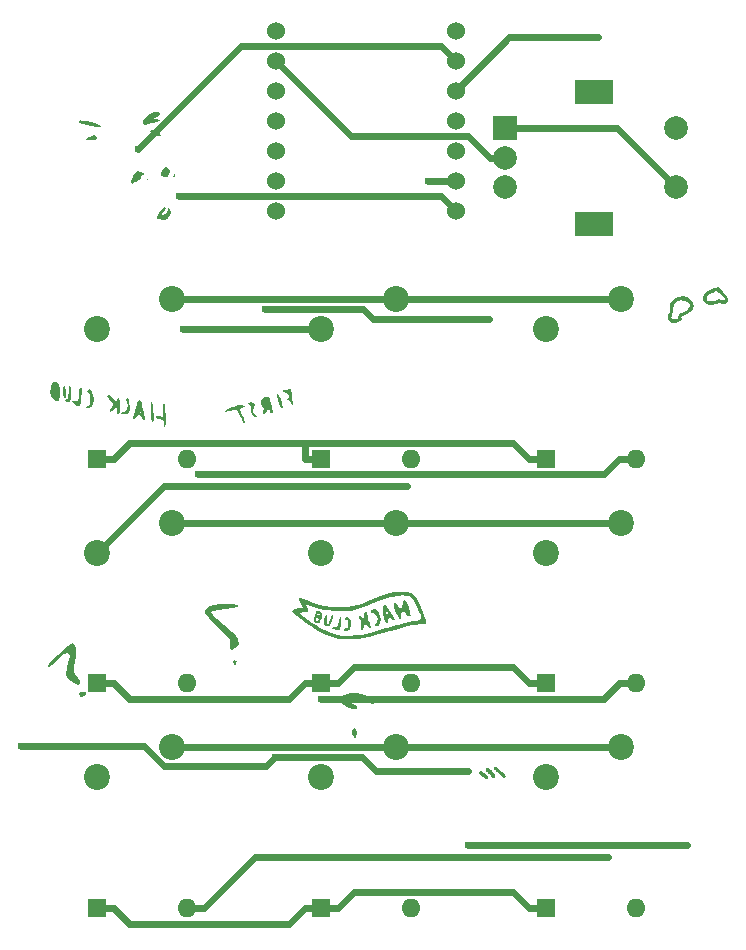
<source format=gbl>
%TF.GenerationSoftware,KiCad,Pcbnew,8.0.8*%
%TF.CreationDate,2025-02-13T12:07:57-05:00*%
%TF.ProjectId,SplashPad,53706c61-7368-4506-9164-2e6b69636164,1*%
%TF.SameCoordinates,Original*%
%TF.FileFunction,Copper,L2,Bot*%
%TF.FilePolarity,Positive*%
%FSLAX46Y46*%
G04 Gerber Fmt 4.6, Leading zero omitted, Abs format (unit mm)*
G04 Created by KiCad (PCBNEW 8.0.8) date 2025-02-13 12:07:57*
%MOMM*%
%LPD*%
G01*
G04 APERTURE LIST*
%TA.AperFunction,EtchedComponent*%
%ADD10C,0.000000*%
%TD*%
%TA.AperFunction,ComponentPad*%
%ADD11R,1.600000X1.600000*%
%TD*%
%TA.AperFunction,ComponentPad*%
%ADD12O,1.600000X1.600000*%
%TD*%
%TA.AperFunction,ComponentPad*%
%ADD13C,2.200000*%
%TD*%
%TA.AperFunction,ComponentPad*%
%ADD14R,2.000000X2.000000*%
%TD*%
%TA.AperFunction,ComponentPad*%
%ADD15C,2.000000*%
%TD*%
%TA.AperFunction,ComponentPad*%
%ADD16R,3.200000X2.000000*%
%TD*%
%TA.AperFunction,ComponentPad*%
%ADD17C,1.524000*%
%TD*%
%TA.AperFunction,ViaPad*%
%ADD18C,0.600000*%
%TD*%
%TA.AperFunction,Conductor*%
%ADD19C,0.600000*%
%TD*%
G04 APERTURE END LIST*
D10*
%TA.AperFunction,EtchedComponent*%
%TO.C,G\u002A\u002A\u002A*%
G36*
X155492559Y-123063685D02*
G01*
X155522495Y-123128037D01*
X155462750Y-123367739D01*
X155356342Y-123490959D01*
X155266664Y-123368395D01*
X155246708Y-123216974D01*
X155331599Y-123036948D01*
X155492559Y-123063685D01*
G37*
%TD.AperFunction*%
%TA.AperFunction,EtchedComponent*%
G36*
X142724969Y-125759551D02*
G01*
X142755181Y-125877965D01*
X142565702Y-126103314D01*
X142312774Y-126111801D01*
X142253152Y-126067922D01*
X142145300Y-125834597D01*
X142327540Y-125699080D01*
X142480422Y-125684616D01*
X142724969Y-125759551D01*
G37*
%TD.AperFunction*%
%TA.AperFunction,EtchedComponent*%
G36*
X165625862Y-128847069D02*
G01*
X165673916Y-129184898D01*
X165623281Y-129507760D01*
X165497527Y-129604377D01*
X165424490Y-129563257D01*
X165290624Y-129309841D01*
X165295038Y-128996030D01*
X165448213Y-128794047D01*
X165468134Y-128787148D01*
X165625862Y-128847069D01*
G37*
%TD.AperFunction*%
%TA.AperFunction,EtchedComponent*%
G36*
X166164150Y-125892686D02*
G01*
X166672089Y-126063355D01*
X167047212Y-126273790D01*
X167193574Y-126491780D01*
X167189634Y-126590358D01*
X167152869Y-126720781D01*
X167081474Y-126703019D01*
X166773321Y-126614349D01*
X166312889Y-126476551D01*
X166026444Y-126393665D01*
X165569779Y-126279050D01*
X165295261Y-126234082D01*
X165197280Y-126249098D01*
X165080000Y-126400000D01*
X165156649Y-126614613D01*
X165402548Y-126769721D01*
X165592260Y-126852895D01*
X165728189Y-127032942D01*
X165723170Y-127093975D01*
X165623890Y-127195855D01*
X165353041Y-127154237D01*
X164852561Y-126964590D01*
X164614207Y-126844858D01*
X164305896Y-126544379D01*
X164297241Y-126237676D01*
X164576590Y-125973278D01*
X165132288Y-125799715D01*
X165133606Y-125799501D01*
X165619341Y-125793997D01*
X166164150Y-125892686D01*
G37*
%TD.AperFunction*%
%TA.AperFunction,EtchedComponent*%
G36*
X141838868Y-121733386D02*
G01*
X141948228Y-122102149D01*
X141903988Y-122736760D01*
X141837554Y-123099874D01*
X141736992Y-123641385D01*
X141724552Y-123970919D01*
X141811318Y-124192897D01*
X141973101Y-124376761D01*
X142252065Y-124753927D01*
X142280294Y-125015912D01*
X142092820Y-125106468D01*
X141724674Y-124969350D01*
X141638580Y-124913866D01*
X141308011Y-124677513D01*
X141119412Y-124469913D01*
X141057938Y-124209186D01*
X141108745Y-123813448D01*
X141256987Y-123200817D01*
X141298635Y-123038782D01*
X141382799Y-122642904D01*
X141344342Y-122468811D01*
X141160440Y-122428316D01*
X141140621Y-122428206D01*
X140860626Y-122540527D01*
X140470791Y-122830049D01*
X140180844Y-123105989D01*
X139839904Y-123430769D01*
X139606201Y-123589093D01*
X139536084Y-123562961D01*
X139652108Y-123332025D01*
X139951212Y-122970785D01*
X140359941Y-122549519D01*
X140804842Y-122138507D01*
X141212462Y-121808026D01*
X141509348Y-121628355D01*
X141572992Y-121614103D01*
X141838868Y-121733386D01*
G37*
%TD.AperFunction*%
%TA.AperFunction,EtchedComponent*%
G36*
X155197120Y-118292464D02*
G01*
X155574126Y-118357523D01*
X155720486Y-118461140D01*
X155719472Y-118466734D01*
X155548544Y-118546787D01*
X155141412Y-118632258D01*
X154580099Y-118705566D01*
X154545984Y-118709045D01*
X153975721Y-118783939D01*
X153550559Y-118869752D01*
X153360293Y-118948593D01*
X153354893Y-118980197D01*
X153494271Y-119203993D01*
X153858242Y-119573906D01*
X154413496Y-120058310D01*
X155126723Y-120625583D01*
X155296751Y-120766934D01*
X155645568Y-121212001D01*
X155694004Y-121625699D01*
X155435550Y-121979488D01*
X155407433Y-122000595D01*
X155082014Y-122181883D01*
X154937855Y-122095836D01*
X154959960Y-121734737D01*
X154982746Y-121561358D01*
X154943166Y-121334255D01*
X154780000Y-121080000D01*
X154450840Y-120738412D01*
X153913281Y-120249306D01*
X153696036Y-120053017D01*
X153141130Y-119495399D01*
X152854695Y-119076371D01*
X152831489Y-118768644D01*
X153066271Y-118544931D01*
X153553799Y-118377946D01*
X153613322Y-118364382D01*
X154123607Y-118292318D01*
X154682577Y-118269537D01*
X155197120Y-118292464D01*
G37*
%TD.AperFunction*%
%TA.AperFunction,EtchedComponent*%
G36*
X164376381Y-119388782D02*
G01*
X164383665Y-119547853D01*
X164358120Y-119845044D01*
X164326361Y-120106344D01*
X164291734Y-120333084D01*
X164265543Y-120442802D01*
X164246501Y-120462124D01*
X164128489Y-120471040D01*
X163994853Y-120435621D01*
X163782543Y-120385951D01*
X163679873Y-120356765D01*
X163597760Y-120294701D01*
X163668123Y-120242223D01*
X163880383Y-120217539D01*
X163964922Y-120212765D01*
X164065896Y-120170020D01*
X164118908Y-120046043D01*
X164152367Y-119796898D01*
X164171182Y-119662605D01*
X164231203Y-119444535D01*
X164305732Y-119343610D01*
X164333286Y-119339265D01*
X164376381Y-119388782D01*
G37*
%TD.AperFunction*%
%TA.AperFunction,EtchedComponent*%
G36*
X165058449Y-119440669D02*
G01*
X165170311Y-119636158D01*
X165229769Y-119886549D01*
X165222678Y-120149172D01*
X165134894Y-120381360D01*
X165009307Y-120515791D01*
X164785415Y-120594666D01*
X164690906Y-120582835D01*
X164584354Y-120502032D01*
X164607998Y-120395848D01*
X164766200Y-120325388D01*
X164879361Y-120289896D01*
X164941716Y-120183720D01*
X164956700Y-119959666D01*
X164949537Y-119787093D01*
X164906389Y-119659608D01*
X164808534Y-119632759D01*
X164771049Y-119632306D01*
X164673911Y-119566735D01*
X164680322Y-119450233D01*
X164793932Y-119352765D01*
X164908326Y-119342751D01*
X165058449Y-119440669D01*
G37*
%TD.AperFunction*%
%TA.AperFunction,EtchedComponent*%
G36*
X163143466Y-119285202D02*
G01*
X163146911Y-119566812D01*
X163144221Y-119706610D01*
X163173940Y-119926471D01*
X163239892Y-119995546D01*
X163324776Y-119907893D01*
X163411289Y-119657574D01*
X163468516Y-119432847D01*
X163527017Y-119251085D01*
X163577496Y-119181103D01*
X163634881Y-119191803D01*
X163661997Y-119258730D01*
X163655512Y-119442384D01*
X163611572Y-119678131D01*
X163542403Y-119905036D01*
X163460233Y-120062166D01*
X163364705Y-120128101D01*
X163169947Y-120171333D01*
X163073810Y-120152876D01*
X162938968Y-120014948D01*
X162889278Y-119765844D01*
X162933773Y-119433777D01*
X162960115Y-119341334D01*
X163038514Y-119165251D01*
X163103483Y-119148944D01*
X163143466Y-119285202D01*
G37*
%TD.AperFunction*%
%TA.AperFunction,EtchedComponent*%
G36*
X167195359Y-118736058D02*
G01*
X167381036Y-118809572D01*
X167539962Y-119007166D01*
X167557456Y-119037488D01*
X167659036Y-119309818D01*
X167703724Y-119614146D01*
X167687606Y-119888206D01*
X167606767Y-120069733D01*
X167475462Y-120147362D01*
X167290716Y-120164270D01*
X167160659Y-120090914D01*
X167168266Y-120019060D01*
X167282662Y-119918602D01*
X167414353Y-119789674D01*
X167440233Y-119554021D01*
X167322965Y-119231487D01*
X167288028Y-119168039D01*
X167167503Y-119033517D01*
X167026632Y-119029730D01*
X167025885Y-119029967D01*
X166896333Y-119034014D01*
X166861700Y-118907038D01*
X166865083Y-118854976D01*
X166931379Y-118757595D01*
X167116945Y-118732000D01*
X167195359Y-118736058D01*
G37*
%TD.AperFunction*%
%TA.AperFunction,EtchedComponent*%
G36*
X169827028Y-118015791D02*
G01*
X169945313Y-118210156D01*
X170070787Y-118554643D01*
X170077499Y-118576806D01*
X170163839Y-118874832D01*
X170225088Y-119109599D01*
X170248367Y-119231976D01*
X170235968Y-119287911D01*
X170144227Y-119323849D01*
X170000811Y-119259329D01*
X169850964Y-119108416D01*
X169734875Y-118990051D01*
X169568483Y-118938369D01*
X169444691Y-119022130D01*
X169405451Y-119229895D01*
X169412502Y-119390790D01*
X169410672Y-119522222D01*
X169402018Y-119560339D01*
X169344140Y-119584482D01*
X169251502Y-119489907D01*
X169139736Y-119307859D01*
X169024477Y-119069582D01*
X168921357Y-118806323D01*
X168846009Y-118549325D01*
X168814067Y-118329833D01*
X168825729Y-118221390D01*
X168903352Y-118146664D01*
X169029621Y-118205611D01*
X169176566Y-118393333D01*
X169213293Y-118453806D01*
X169344322Y-118622343D01*
X169444235Y-118640903D01*
X169527331Y-118503172D01*
X169607909Y-118202833D01*
X169637515Y-118096806D01*
X169722304Y-117976393D01*
X169827028Y-118015791D01*
G37*
%TD.AperFunction*%
%TA.AperFunction,EtchedComponent*%
G36*
X168741643Y-119277715D02*
G01*
X168851138Y-119490219D01*
X168893700Y-119607969D01*
X168893698Y-119608573D01*
X168839111Y-119664928D01*
X168719377Y-119630438D01*
X168598379Y-119523398D01*
X168544199Y-119465651D01*
X168420771Y-119435272D01*
X168337965Y-119528741D01*
X168338120Y-119714903D01*
X168338146Y-119873851D01*
X168259094Y-119921483D01*
X168145561Y-119860230D01*
X168042353Y-119693356D01*
X167976044Y-119448884D01*
X167928709Y-119137441D01*
X167913779Y-118927484D01*
X168131700Y-118927484D01*
X168157085Y-119080893D01*
X168258700Y-119155333D01*
X168349939Y-119138117D01*
X168368152Y-119047154D01*
X168256008Y-118863984D01*
X168180885Y-118771059D01*
X168138846Y-118772521D01*
X168131700Y-118927484D01*
X167913779Y-118927484D01*
X167906186Y-118820700D01*
X167912464Y-118555525D01*
X167951531Y-118398777D01*
X167961452Y-118384558D01*
X168048831Y-118320771D01*
X168170667Y-118390539D01*
X168180070Y-118399072D01*
X168284427Y-118531136D01*
X168431000Y-118752228D01*
X168592501Y-119016403D01*
X168610052Y-119047154D01*
X168741643Y-119277715D01*
G37*
%TD.AperFunction*%
%TA.AperFunction,EtchedComponent*%
G36*
X162758335Y-119181661D02*
G01*
X162698521Y-119431985D01*
X162654401Y-119576009D01*
X162582260Y-119811500D01*
X162525052Y-119891516D01*
X162385805Y-119912702D01*
X162224567Y-119844279D01*
X162091233Y-119711183D01*
X162035700Y-119538351D01*
X162037229Y-119527274D01*
X162205034Y-119527274D01*
X162219510Y-119587348D01*
X162332034Y-119693951D01*
X162418015Y-119697304D01*
X162459034Y-119576009D01*
X162435512Y-119479636D01*
X162332034Y-119409333D01*
X162273003Y-119422936D01*
X162205034Y-119527274D01*
X162037229Y-119527274D01*
X162054938Y-119399020D01*
X162122613Y-119280945D01*
X162147856Y-119260500D01*
X162186995Y-119155333D01*
X162332034Y-119155333D01*
X162349388Y-119178702D01*
X162459034Y-119240000D01*
X162481684Y-119236699D01*
X162586034Y-119155333D01*
X162579217Y-119102488D01*
X162459034Y-119070666D01*
X162358625Y-119089305D01*
X162332034Y-119155333D01*
X162186995Y-119155333D01*
X162197248Y-119127782D01*
X162191732Y-118929241D01*
X162262431Y-118840197D01*
X162437867Y-118855812D01*
X162550620Y-118884930D01*
X162689233Y-118940224D01*
X162756856Y-119028437D01*
X162758081Y-119155333D01*
X162758335Y-119181661D01*
G37*
%TD.AperFunction*%
%TA.AperFunction,EtchedComponent*%
G36*
X166534882Y-118951109D02*
G01*
X166586953Y-119064884D01*
X166609560Y-119266163D01*
X166615585Y-119346993D01*
X166676157Y-119622474D01*
X166780398Y-119908773D01*
X166835202Y-120035475D01*
X166904412Y-120224676D01*
X166917657Y-120312932D01*
X166906413Y-120321608D01*
X166790892Y-120311948D01*
X166653875Y-120216176D01*
X166562885Y-120078845D01*
X166540243Y-120017345D01*
X166461046Y-119924562D01*
X166382723Y-119992136D01*
X166316953Y-120213666D01*
X166243453Y-120429440D01*
X166127290Y-120510000D01*
X166112583Y-120509542D01*
X166042693Y-120472582D01*
X166023637Y-120348537D01*
X166047848Y-120098185D01*
X166067743Y-119895420D01*
X166051484Y-119696508D01*
X165974089Y-119579818D01*
X165959320Y-119566801D01*
X165867026Y-119429462D01*
X165850401Y-119298420D01*
X165920000Y-119240000D01*
X165977479Y-119260566D01*
X166099700Y-119367000D01*
X166101814Y-119369535D01*
X166237153Y-119481812D01*
X166318082Y-119462963D01*
X166310078Y-119320603D01*
X166297383Y-119241444D01*
X166332718Y-119074694D01*
X166423018Y-118957596D01*
X166532627Y-118949595D01*
X166534882Y-118951109D01*
G37*
%TD.AperFunction*%
%TA.AperFunction,EtchedComponent*%
G36*
X171506491Y-119517804D02*
G01*
X171563649Y-119781048D01*
X171552137Y-119931188D01*
X171489338Y-119960936D01*
X171295988Y-119991076D01*
X171026537Y-120003251D01*
X170969153Y-120003843D01*
X170673545Y-120021381D01*
X170343627Y-120067392D01*
X169954365Y-120147563D01*
X169480723Y-120267582D01*
X168897668Y-120433136D01*
X168180164Y-120649913D01*
X168008653Y-120702085D01*
X167510151Y-120847217D01*
X167030506Y-120978362D01*
X166617146Y-121082839D01*
X166317498Y-121147965D01*
X166229323Y-121162698D01*
X165825248Y-121211636D01*
X165358896Y-121247217D01*
X164914367Y-121262573D01*
X164814216Y-121262556D01*
X164207679Y-121222302D01*
X163642578Y-121101895D01*
X163066753Y-120886635D01*
X162428046Y-120561821D01*
X162186892Y-120418184D01*
X161798134Y-120164786D01*
X161376635Y-119871809D01*
X160966747Y-119571146D01*
X160612828Y-119294688D01*
X160359231Y-119074327D01*
X160340939Y-119049500D01*
X160850989Y-119049500D01*
X160872041Y-119086764D01*
X161007609Y-119211171D01*
X161243914Y-119391349D01*
X161551783Y-119607637D01*
X161902039Y-119840374D01*
X162265507Y-120069899D01*
X162613012Y-120276552D01*
X162915378Y-120440671D01*
X162972502Y-120468942D01*
X163373501Y-120644914D01*
X163790920Y-120797522D01*
X164143045Y-120896430D01*
X164431545Y-120953878D01*
X164666328Y-120993561D01*
X164787367Y-121004992D01*
X164803663Y-121003175D01*
X164958622Y-120987304D01*
X165223678Y-120960984D01*
X165552256Y-120928850D01*
X165767317Y-120905794D01*
X166103507Y-120858589D01*
X166451466Y-120792812D01*
X166840897Y-120701253D01*
X167301500Y-120576699D01*
X167862978Y-120411939D01*
X168555034Y-120199760D01*
X168673853Y-120163396D01*
X169182100Y-120018030D01*
X169688786Y-119887183D01*
X170140923Y-119783982D01*
X170485523Y-119721552D01*
X170778216Y-119681270D01*
X170988256Y-119636628D01*
X171105681Y-119564015D01*
X171136292Y-119437638D01*
X171085893Y-119231705D01*
X170960285Y-118920423D01*
X170765271Y-118478000D01*
X170715864Y-118367316D01*
X170533140Y-118001629D01*
X170358183Y-117763670D01*
X170155110Y-117626615D01*
X169888036Y-117563638D01*
X169521077Y-117547914D01*
X169226818Y-117560826D01*
X168523602Y-117677784D01*
X167737848Y-117911787D01*
X166890815Y-118257103D01*
X166309328Y-118507323D01*
X165721868Y-118709929D01*
X165172911Y-118831450D01*
X164610588Y-118882913D01*
X163983034Y-118875346D01*
X163687591Y-118857008D01*
X163321956Y-118818303D01*
X162961003Y-118755659D01*
X162563921Y-118660207D01*
X162089896Y-118523079D01*
X161498115Y-118335407D01*
X161400705Y-118313471D01*
X161389403Y-118365262D01*
X161465331Y-118529423D01*
X161520551Y-118652097D01*
X161549484Y-118848938D01*
X161440144Y-118954569D01*
X161181978Y-118986000D01*
X161112384Y-118987416D01*
X160925624Y-119009387D01*
X160850989Y-119049500D01*
X160340939Y-119049500D01*
X160240928Y-118913757D01*
X160255967Y-118771410D01*
X160422720Y-118679769D01*
X160733734Y-118647333D01*
X160838023Y-118645479D01*
X161028757Y-118629211D01*
X161104367Y-118601627D01*
X161096527Y-118572803D01*
X161033573Y-118426293D01*
X160928174Y-118210553D01*
X160886115Y-118124864D01*
X160808606Y-117909361D01*
X160832700Y-117792341D01*
X160969636Y-117770387D01*
X161230656Y-117840077D01*
X161627001Y-117997995D01*
X162234516Y-118235944D01*
X162900410Y-118425966D01*
X163572400Y-118529126D01*
X164321700Y-118560282D01*
X164528516Y-118558120D01*
X164920985Y-118536207D01*
X165291423Y-118483074D01*
X165674321Y-118389415D01*
X166104171Y-118245926D01*
X166615467Y-118043301D01*
X167242700Y-117772234D01*
X167517686Y-117658014D01*
X168192107Y-117436185D01*
X168854268Y-117294360D01*
X169472248Y-117236373D01*
X170014126Y-117266057D01*
X170447982Y-117387247D01*
X170552811Y-117478518D01*
X170710239Y-117702127D01*
X170888067Y-118017848D01*
X171071452Y-118391479D01*
X171245548Y-118788817D01*
X171395509Y-119175660D01*
X171480487Y-119437638D01*
X171506491Y-119517804D01*
G37*
%TD.AperFunction*%
%TA.AperFunction,EtchedComponent*%
G36*
X176214226Y-132406322D02*
G01*
X176264914Y-132419267D01*
X176319709Y-132457801D01*
X176321682Y-132460052D01*
X176353925Y-132488341D01*
X176381505Y-132500000D01*
X176393756Y-132503058D01*
X176407003Y-132524708D01*
X176416210Y-132541545D01*
X176452674Y-132549416D01*
X176467350Y-132550353D01*
X176500216Y-132565550D01*
X176528484Y-132605382D01*
X176530276Y-132608592D01*
X176567831Y-132655369D01*
X176614591Y-132691489D01*
X176624442Y-132697121D01*
X176657297Y-132721939D01*
X176670557Y-132742591D01*
X176673386Y-132752301D01*
X176695265Y-132763553D01*
X176709674Y-132769668D01*
X176719974Y-132796498D01*
X176724560Y-132815709D01*
X176744682Y-132829442D01*
X176759388Y-132837275D01*
X176767172Y-132865403D01*
X176769390Y-132920039D01*
X176771526Y-132973961D01*
X176779198Y-133002502D01*
X176794098Y-133010635D01*
X176808507Y-133016750D01*
X176818806Y-133043579D01*
X176813392Y-133064876D01*
X176785862Y-133076524D01*
X176766651Y-133071938D01*
X176752918Y-133051815D01*
X176751059Y-133040449D01*
X176736446Y-133027107D01*
X176728868Y-133029895D01*
X176719974Y-133051815D01*
X176717327Y-133063300D01*
X176697028Y-133076524D01*
X176684347Y-133080002D01*
X176663945Y-133102941D01*
X176655536Y-133115529D01*
X176633356Y-133120685D01*
X176579043Y-133095707D01*
X176536337Y-133069145D01*
X176522437Y-133047697D01*
X176519559Y-133038177D01*
X176497600Y-133027107D01*
X176486077Y-133024237D01*
X176472892Y-133002399D01*
X176471183Y-132991052D01*
X176457687Y-132977691D01*
X176452605Y-132976250D01*
X176427016Y-132958925D01*
X176393066Y-132928275D01*
X176381883Y-132917872D01*
X176342022Y-132890029D01*
X176308921Y-132878858D01*
X176286990Y-132874239D01*
X176264711Y-132854150D01*
X176257713Y-132842729D01*
X176232284Y-132829442D01*
X176222468Y-132827451D01*
X176209325Y-132808852D01*
X176206341Y-132798682D01*
X176187056Y-132766684D01*
X176155791Y-132726990D01*
X176124563Y-132690448D01*
X176074668Y-132624775D01*
X176047908Y-132572950D01*
X176043123Y-132529642D01*
X176059150Y-132489521D01*
X176094828Y-132447254D01*
X176096218Y-132445867D01*
X176132620Y-132414597D01*
X176166306Y-132403353D01*
X176214226Y-132406322D01*
G37*
%TD.AperFunction*%
%TA.AperFunction,EtchedComponent*%
G36*
X176802938Y-132159946D02*
G01*
X176841161Y-132178793D01*
X176859387Y-132192531D01*
X176892271Y-132203502D01*
X176905482Y-132206287D01*
X176928154Y-132228210D01*
X176939002Y-132241958D01*
X176970360Y-132252918D01*
X176990376Y-132258306D01*
X177011699Y-132285862D01*
X177020976Y-132305006D01*
X177043101Y-132318806D01*
X177052690Y-132320345D01*
X177065888Y-132335278D01*
X177068676Y-132342856D01*
X177090596Y-132351751D01*
X177102119Y-132354621D01*
X177115304Y-132376459D01*
X177117224Y-132387833D01*
X177132293Y-132401167D01*
X177142024Y-132404618D01*
X177159326Y-132427339D01*
X177164256Y-132436660D01*
X177189121Y-132469319D01*
X177224697Y-132507246D01*
X177240958Y-132524034D01*
X177269155Y-132559469D01*
X177280549Y-132584024D01*
X177280989Y-132588898D01*
X177293884Y-132621429D01*
X177316872Y-132651520D01*
X177339494Y-132664833D01*
X177343269Y-132666005D01*
X177364378Y-132684853D01*
X177391212Y-132719387D01*
X177405466Y-132743224D01*
X177423157Y-132796550D01*
X177428275Y-132867523D01*
X177426908Y-132907686D01*
X177421801Y-132946296D01*
X177414208Y-132961219D01*
X177409967Y-132961997D01*
X177383982Y-132977985D01*
X177351842Y-133006607D01*
X177324516Y-133037241D01*
X177312970Y-133059265D01*
X177312367Y-133063884D01*
X177296498Y-133076524D01*
X177288920Y-133073736D01*
X177280026Y-133051815D01*
X177278449Y-133040484D01*
X177265959Y-133027107D01*
X177261718Y-133026329D01*
X177235733Y-133010341D01*
X177203593Y-132981719D01*
X177176267Y-132951085D01*
X177164721Y-132929061D01*
X177163758Y-132923607D01*
X177146019Y-132911802D01*
X177144573Y-132911696D01*
X177120231Y-132898703D01*
X177089154Y-132870622D01*
X177086241Y-132867532D01*
X177055757Y-132840529D01*
X177033730Y-132829442D01*
X177023695Y-132823259D01*
X177016472Y-132796498D01*
X177012305Y-132777289D01*
X176994408Y-132763553D01*
X176974452Y-132752513D01*
X176953370Y-132721911D01*
X176934020Y-132691893D01*
X176906686Y-132669635D01*
X176896133Y-132664752D01*
X176860726Y-132639474D01*
X176831174Y-132608065D01*
X176818806Y-132581843D01*
X176815925Y-132572799D01*
X176794098Y-132555373D01*
X176782677Y-132548374D01*
X176769390Y-132522945D01*
X176758141Y-132506891D01*
X176719974Y-132500000D01*
X176704076Y-132499471D01*
X176677428Y-132490310D01*
X176670557Y-132464753D01*
X176665743Y-132441522D01*
X176642595Y-132409060D01*
X176624656Y-132378663D01*
X176617403Y-132328939D01*
X176620434Y-132271865D01*
X176633111Y-132219253D01*
X176654796Y-132182911D01*
X176695102Y-132162392D01*
X176749390Y-132154586D01*
X176802938Y-132159946D01*
G37*
%TD.AperFunction*%
%TA.AperFunction,EtchedComponent*%
G36*
X177411206Y-132063521D02*
G01*
X177464404Y-132071972D01*
X177497664Y-132091698D01*
X177521071Y-132110395D01*
X177547697Y-132121154D01*
X177564635Y-132127190D01*
X177600548Y-132152230D01*
X177643181Y-132189837D01*
X177684236Y-132232509D01*
X177715411Y-132272744D01*
X177747363Y-132308381D01*
X177792055Y-132338536D01*
X177793642Y-132339250D01*
X177826492Y-132360084D01*
X177840077Y-132380480D01*
X177841299Y-132388163D01*
X177857066Y-132401167D01*
X177867897Y-132405710D01*
X177884872Y-132429993D01*
X177892859Y-132446696D01*
X177933425Y-132485181D01*
X177992444Y-132499476D01*
X178023522Y-132504541D01*
X178037743Y-132517167D01*
X178046771Y-132537741D01*
X178073183Y-132573730D01*
X178109618Y-132615810D01*
X178148605Y-132655889D01*
X178182672Y-132685872D01*
X178204349Y-132697665D01*
X178222598Y-132705811D01*
X178250593Y-132733472D01*
X178274623Y-132768900D01*
X178284824Y-132799604D01*
X178288865Y-132815905D01*
X178309533Y-132829442D01*
X178321285Y-132832498D01*
X178334241Y-132854667D01*
X178331445Y-132867360D01*
X178309533Y-132889374D01*
X178297463Y-132897607D01*
X178284824Y-132926931D01*
X178276447Y-132954737D01*
X178252520Y-132989682D01*
X178228022Y-133009201D01*
X178189279Y-133014791D01*
X178143319Y-132992788D01*
X178086564Y-132942166D01*
X178061794Y-132919151D01*
X178020862Y-132890182D01*
X177989737Y-132878858D01*
X177967112Y-132874107D01*
X177944867Y-132854150D01*
X177937869Y-132842729D01*
X177912440Y-132829442D01*
X177901559Y-132826406D01*
X177889494Y-132804217D01*
X177887162Y-132792306D01*
X177866409Y-132770133D01*
X177852566Y-132760227D01*
X177835007Y-132729470D01*
X177825647Y-132711454D01*
X177800439Y-132697665D01*
X177787633Y-132695558D01*
X177774189Y-132681193D01*
X177772046Y-132674245D01*
X177751358Y-132664721D01*
X177746812Y-132663783D01*
X177724148Y-132644149D01*
X177701168Y-132607068D01*
X177695898Y-132596772D01*
X177671739Y-132563029D01*
X177649875Y-132549416D01*
X177639130Y-132547099D01*
X177625940Y-132527782D01*
X177625441Y-132524691D01*
X177607090Y-132504168D01*
X177570496Y-132484394D01*
X177529487Y-132460180D01*
X177493297Y-132407195D01*
X177490097Y-132399378D01*
X177472387Y-132365504D01*
X177458257Y-132351751D01*
X177452668Y-132350799D01*
X177422308Y-132340711D01*
X177378971Y-132323157D01*
X177341720Y-132304441D01*
X177318790Y-132281248D01*
X177312970Y-132249032D01*
X177308166Y-132217716D01*
X177295551Y-132203502D01*
X177291784Y-132202071D01*
X177283618Y-132178936D01*
X177283196Y-132133495D01*
X177288262Y-132063489D01*
X177378241Y-132062871D01*
X177411206Y-132063521D01*
G37*
%TD.AperFunction*%
%TA.AperFunction,EtchedComponent*%
G36*
X150287516Y-81508089D02*
G01*
X150235183Y-81560422D01*
X150182849Y-81518089D01*
X150235183Y-81465756D01*
X150287516Y-81508089D01*
G37*
%TD.AperFunction*%
%TA.AperFunction,EtchedComponent*%
G36*
X148002183Y-82283089D02*
G01*
X148002183Y-82333089D01*
X147962183Y-82393089D01*
X147924939Y-82373089D01*
X147922183Y-82263089D01*
X147972183Y-82263089D01*
X148002183Y-82283089D01*
G37*
%TD.AperFunction*%
%TA.AperFunction,EtchedComponent*%
G36*
X150252874Y-81894842D02*
G01*
X150312183Y-82023089D01*
X150302183Y-82133089D01*
X150232183Y-82153089D01*
X150152183Y-82093089D01*
X150162232Y-82016089D01*
X150188672Y-81955014D01*
X150232183Y-81889089D01*
X150252874Y-81894842D01*
G37*
%TD.AperFunction*%
%TA.AperFunction,EtchedComponent*%
G36*
X158139903Y-101044520D02*
G01*
X158191318Y-101260403D01*
X158249779Y-101533340D01*
X157989541Y-101442620D01*
X157950356Y-101428196D01*
X157767720Y-101315621D01*
X157753070Y-101186892D01*
X157906882Y-101044299D01*
X157991350Y-100992986D01*
X158086003Y-100965073D01*
X158139903Y-101044520D01*
G37*
%TD.AperFunction*%
%TA.AperFunction,EtchedComponent*%
G36*
X147315304Y-101580133D02*
G01*
X147354914Y-101699130D01*
X147394020Y-101937309D01*
X147370427Y-102068777D01*
X147268105Y-102074550D01*
X147207148Y-102031009D01*
X147183438Y-101900949D01*
X147210246Y-101803497D01*
X147236588Y-101594375D01*
X147240298Y-101507846D01*
X147258961Y-101463299D01*
X147315304Y-101580133D01*
G37*
%TD.AperFunction*%
%TA.AperFunction,EtchedComponent*%
G36*
X141022183Y-99893089D02*
G01*
X141072183Y-100233089D01*
X141082381Y-100447050D01*
X141092183Y-100693089D01*
X141072183Y-100803089D01*
X141046196Y-100830599D01*
X140992183Y-100873089D01*
X140912183Y-100783089D01*
X140852183Y-100533089D01*
X140838285Y-100373188D01*
X140812183Y-100103089D01*
X140852183Y-99863089D01*
X140942183Y-99753756D01*
X140982183Y-99753089D01*
X141022183Y-99893089D01*
G37*
%TD.AperFunction*%
%TA.AperFunction,EtchedComponent*%
G36*
X143622255Y-78627987D02*
G01*
X143674637Y-78755411D01*
X143657623Y-78850426D01*
X143568804Y-78961527D01*
X143516943Y-78976575D01*
X143320826Y-78995186D01*
X143086113Y-78989212D01*
X142881938Y-78962408D01*
X142777437Y-78918532D01*
X142776081Y-78885713D01*
X142868298Y-78795372D01*
X143047866Y-78699756D01*
X143262214Y-78623973D01*
X143458766Y-78593133D01*
X143622255Y-78627987D01*
G37*
%TD.AperFunction*%
%TA.AperFunction,EtchedComponent*%
G36*
X148787948Y-78163641D02*
G01*
X148920406Y-78222318D01*
X148977187Y-78313589D01*
X149051133Y-78499819D01*
X149053539Y-78507784D01*
X149079034Y-78637474D01*
X149018351Y-78675015D01*
X148832242Y-78646754D01*
X148630607Y-78590762D01*
X148387296Y-78477393D01*
X148225365Y-78347388D01*
X148186668Y-78227903D01*
X148214647Y-78196514D01*
X148364901Y-78151273D01*
X148579390Y-78140138D01*
X148787948Y-78163641D01*
G37*
%TD.AperFunction*%
%TA.AperFunction,EtchedComponent*%
G36*
X147442183Y-81673089D02*
G01*
X147792183Y-81833089D01*
X147589349Y-81913089D01*
X147472183Y-81993089D01*
X147402183Y-82121129D01*
X147378890Y-82206796D01*
X147249035Y-82359233D01*
X146996683Y-82503089D01*
X146851985Y-82572317D01*
X146622183Y-82673089D01*
X146552183Y-82533089D01*
X146612183Y-82293089D01*
X146709831Y-82107452D01*
X146773387Y-81980489D01*
X146922183Y-81753089D01*
X147152183Y-81653089D01*
X147442183Y-81673089D01*
G37*
%TD.AperFunction*%
%TA.AperFunction,EtchedComponent*%
G36*
X158987092Y-100431096D02*
G01*
X159045115Y-100505485D01*
X159132800Y-100693338D01*
X159232215Y-100946099D01*
X159325427Y-101215213D01*
X159394505Y-101452125D01*
X159421516Y-101608280D01*
X159419065Y-101648447D01*
X159392183Y-101713089D01*
X159302183Y-101683089D01*
X159192183Y-101523089D01*
X159102183Y-101323089D01*
X159002072Y-101007119D01*
X158922183Y-100703089D01*
X158922183Y-100473089D01*
X158986757Y-100431089D01*
X158987092Y-100431096D01*
G37*
%TD.AperFunction*%
%TA.AperFunction,EtchedComponent*%
G36*
X148352183Y-101183089D02*
G01*
X148366516Y-101278342D01*
X148409837Y-101433089D01*
X148447032Y-101815869D01*
X148462183Y-101973089D01*
X148487177Y-102303089D01*
X148482192Y-102713089D01*
X148462183Y-102813089D01*
X148436121Y-102832598D01*
X148372183Y-102883089D01*
X148312183Y-102773089D01*
X148252183Y-102493089D01*
X148222418Y-101963360D01*
X148222183Y-101833089D01*
X148227104Y-101487497D01*
X148249736Y-101232492D01*
X148292183Y-101134251D01*
X148352183Y-101183089D01*
G37*
%TD.AperFunction*%
%TA.AperFunction,EtchedComponent*%
G36*
X149510947Y-81296662D02*
G01*
X149667109Y-81348854D01*
X149806731Y-81460139D01*
X149885650Y-81584024D01*
X149859698Y-81703089D01*
X149812854Y-81763089D01*
X149769516Y-81887030D01*
X149722183Y-82043089D01*
X149663683Y-82087016D01*
X149542183Y-82143089D01*
X149322183Y-82133089D01*
X149162183Y-82023089D01*
X149122183Y-81933089D01*
X149137859Y-81766892D01*
X149172183Y-81623089D01*
X149302183Y-81403089D01*
X149452183Y-81296422D01*
X149510947Y-81296662D01*
G37*
%TD.AperFunction*%
%TA.AperFunction,EtchedComponent*%
G36*
X141462183Y-99883089D02*
G01*
X141485839Y-100049663D01*
X141512183Y-100353089D01*
X141499575Y-100618240D01*
X141492183Y-100903089D01*
X141442183Y-101093089D01*
X141322183Y-101183089D01*
X141172183Y-101193089D01*
X141032183Y-101123089D01*
X141006516Y-101023756D01*
X141021268Y-100964528D01*
X141072183Y-100913089D01*
X141162183Y-100883089D01*
X141212183Y-100821677D01*
X141252183Y-100663089D01*
X141285682Y-100319533D01*
X141309199Y-100004580D01*
X141350872Y-99819632D01*
X141412682Y-99777897D01*
X141462183Y-99883089D01*
G37*
%TD.AperFunction*%
%TA.AperFunction,EtchedComponent*%
G36*
X142493605Y-77359777D02*
G01*
X142827970Y-77412574D01*
X143265517Y-77491450D01*
X143678849Y-77593912D01*
X143929164Y-77697841D01*
X144013304Y-77802201D01*
X144005007Y-77861894D01*
X143956296Y-77900421D01*
X143835486Y-77906722D01*
X143611011Y-77881811D01*
X143251304Y-77826703D01*
X142866570Y-77756022D01*
X142475652Y-77653398D01*
X142233596Y-77544546D01*
X142150637Y-77433124D01*
X142150636Y-77430972D01*
X142155052Y-77368756D01*
X142191069Y-77336838D01*
X142292612Y-77334188D01*
X142493605Y-77359777D01*
G37*
%TD.AperFunction*%
%TA.AperFunction,EtchedComponent*%
G36*
X146372183Y-100953089D02*
G01*
X146395035Y-101025872D01*
X146442183Y-101203089D01*
X146472183Y-101563089D01*
X146462183Y-101863089D01*
X146426674Y-101966616D01*
X146392183Y-102113089D01*
X146252183Y-102183089D01*
X146072183Y-102213089D01*
X145902183Y-102223089D01*
X145722183Y-102183089D01*
X145692183Y-102124422D01*
X145749426Y-102071018D01*
X145900249Y-102039756D01*
X146135127Y-101972649D01*
X146270444Y-101785841D01*
X146298099Y-101501671D01*
X146210370Y-101142480D01*
X146162183Y-100923089D01*
X146207224Y-100826848D01*
X146282183Y-100813089D01*
X146372183Y-100953089D01*
G37*
%TD.AperFunction*%
%TA.AperFunction,EtchedComponent*%
G36*
X140277824Y-99770478D02*
G01*
X140342183Y-99829466D01*
X140367945Y-99977094D01*
X140372637Y-100253688D01*
X140367095Y-100470664D01*
X140346319Y-100695152D01*
X140315418Y-100804796D01*
X140301110Y-100811815D01*
X140193936Y-100773152D01*
X140048229Y-100663768D01*
X139919844Y-100531047D01*
X139864637Y-100422374D01*
X139894037Y-100382593D01*
X140028974Y-100352466D01*
X140181703Y-100318054D01*
X140257139Y-100233033D01*
X140205140Y-100141934D01*
X140139753Y-100081332D01*
X140031447Y-99924417D01*
X139998734Y-99856108D01*
X140009762Y-99777206D01*
X140157992Y-99759800D01*
X140277824Y-99770478D01*
G37*
%TD.AperFunction*%
%TA.AperFunction,EtchedComponent*%
G36*
X142365943Y-99941960D02*
G01*
X142402183Y-100043089D01*
X142402183Y-100163089D01*
X142392183Y-100433089D01*
X142372183Y-100765008D01*
X142342183Y-101013089D01*
X142312019Y-101213740D01*
X142260515Y-101449538D01*
X142212183Y-101543089D01*
X142142183Y-101533089D01*
X142022183Y-101483089D01*
X141822183Y-101373089D01*
X141642183Y-101223089D01*
X141600700Y-101120440D01*
X141663317Y-101068401D01*
X141847697Y-101106336D01*
X141989541Y-101126778D01*
X142082878Y-101042591D01*
X142132999Y-100831619D01*
X142149657Y-100473422D01*
X142172183Y-100223089D01*
X142222183Y-100013089D01*
X142312183Y-99923089D01*
X142365943Y-99941960D01*
G37*
%TD.AperFunction*%
%TA.AperFunction,EtchedComponent*%
G36*
X143142183Y-100183089D02*
G01*
X143252183Y-100363089D01*
X143352183Y-100603089D01*
X143412183Y-100893089D01*
X143422183Y-101123089D01*
X143372183Y-101373089D01*
X143287715Y-101512917D01*
X143202183Y-101623089D01*
X142992183Y-101713089D01*
X142882183Y-101713089D01*
X142722183Y-101666504D01*
X142770725Y-101589256D01*
X142932683Y-101488332D01*
X142981453Y-101464380D01*
X143062183Y-101373089D01*
X143102183Y-101223889D01*
X143112183Y-100973089D01*
X143102183Y-100813089D01*
X143062183Y-100553089D01*
X142972183Y-100403089D01*
X142882183Y-100263089D01*
X142911163Y-100177660D01*
X143012183Y-100103089D01*
X143142183Y-100183089D01*
G37*
%TD.AperFunction*%
%TA.AperFunction,EtchedComponent*%
G36*
X156746058Y-101198506D02*
G01*
X156942183Y-101243089D01*
X157045669Y-101383089D01*
X156989545Y-101656489D01*
X156909939Y-101826610D01*
X156932183Y-101999604D01*
X157093183Y-102193962D01*
X157100918Y-102200081D01*
X157245210Y-102329247D01*
X157304849Y-102411774D01*
X157296196Y-102445505D01*
X157192183Y-102473089D01*
X157042177Y-102404760D01*
X156874655Y-102264763D01*
X156837290Y-102201426D01*
X156731987Y-102053089D01*
X156722183Y-101833089D01*
X156732183Y-101633089D01*
X156702183Y-101483089D01*
X156602183Y-101343089D01*
X156582183Y-101323089D01*
X156472183Y-101253089D01*
X156502183Y-101213089D01*
X156693673Y-101197530D01*
X156746058Y-101198506D01*
G37*
%TD.AperFunction*%
%TA.AperFunction,EtchedComponent*%
G36*
X148984011Y-76666115D02*
G01*
X149004653Y-76769628D01*
X148915767Y-76909097D01*
X148733470Y-77045582D01*
X148458304Y-77195714D01*
X148733470Y-77222454D01*
X148753975Y-77224643D01*
X148934505Y-77264642D01*
X149008637Y-77320215D01*
X149007353Y-77328899D01*
X148916277Y-77407640D01*
X148722251Y-77488601D01*
X148482730Y-77552095D01*
X148255170Y-77578429D01*
X148089290Y-77597407D01*
X147907970Y-77661800D01*
X147799533Y-77722557D01*
X147684800Y-77719576D01*
X147610321Y-77572987D01*
X147599540Y-77406108D01*
X147705108Y-77168838D01*
X147921428Y-76949170D01*
X148215290Y-76771170D01*
X148553485Y-76658901D01*
X148902804Y-76636428D01*
X148984011Y-76666115D01*
G37*
%TD.AperFunction*%
%TA.AperFunction,EtchedComponent*%
G36*
X149432183Y-101373089D02*
G01*
X149472183Y-101583089D01*
X149478893Y-101851585D01*
X149502183Y-102233089D01*
X149501979Y-102623651D01*
X149502183Y-103073089D01*
X149473980Y-103263089D01*
X149432183Y-103293089D01*
X149422183Y-103263089D01*
X149369371Y-103163089D01*
X149342183Y-102953089D01*
X149322183Y-102803089D01*
X149292145Y-102693089D01*
X149172183Y-102653089D01*
X149082183Y-102633089D01*
X148862183Y-102583089D01*
X148702183Y-102453089D01*
X148709953Y-102380412D01*
X148814570Y-102348474D01*
X149008658Y-102378750D01*
X149261516Y-102451268D01*
X149261516Y-101857456D01*
X149261892Y-101774045D01*
X149274642Y-101479798D01*
X149302183Y-101333089D01*
X149362183Y-101293089D01*
X149432183Y-101373089D01*
G37*
%TD.AperFunction*%
%TA.AperFunction,EtchedComponent*%
G36*
X160107209Y-100071589D02*
G01*
X160153121Y-100183089D01*
X160192183Y-100417319D01*
X160227063Y-100790922D01*
X160241474Y-100962229D01*
X160262183Y-101183089D01*
X160252183Y-101403089D01*
X160202183Y-101453089D01*
X160092183Y-101253089D01*
X160002183Y-101103089D01*
X159882183Y-101033089D01*
X159762183Y-101003089D01*
X159772064Y-100941473D01*
X159842183Y-100833089D01*
X159952183Y-100733089D01*
X159952183Y-100583089D01*
X159852183Y-100463089D01*
X159682572Y-100403089D01*
X159502183Y-100363089D01*
X159442183Y-100293089D01*
X159472183Y-100193089D01*
X159589360Y-100177089D01*
X159732183Y-100153089D01*
X159929944Y-100092193D01*
X159941638Y-100085992D01*
X160040439Y-100046912D01*
X160107209Y-100071589D01*
G37*
%TD.AperFunction*%
%TA.AperFunction,EtchedComponent*%
G36*
X149429611Y-84685068D02*
G01*
X149509054Y-84756267D01*
X149479050Y-84897357D01*
X149346183Y-85064089D01*
X149224865Y-85195569D01*
X149183564Y-85315597D01*
X149276016Y-85360422D01*
X149302093Y-85358529D01*
X149478242Y-85266685D01*
X149624074Y-85083684D01*
X149684849Y-84874578D01*
X149687881Y-84811650D01*
X149731568Y-84700601D01*
X149804647Y-84717171D01*
X149878053Y-84840137D01*
X149922723Y-85048275D01*
X149927191Y-85126970D01*
X149886411Y-85367531D01*
X149726610Y-85580358D01*
X149639660Y-85660953D01*
X149458633Y-85758882D01*
X149245320Y-85750883D01*
X149033342Y-85715014D01*
X148869933Y-85699089D01*
X148812922Y-85681765D01*
X148753516Y-85564763D01*
X148757953Y-85529822D01*
X148831888Y-85355142D01*
X148969291Y-85134325D01*
X149134218Y-84916174D01*
X149290725Y-84749494D01*
X149402869Y-84683089D01*
X149429611Y-84685068D01*
G37*
%TD.AperFunction*%
%TA.AperFunction,EtchedComponent*%
G36*
X155957398Y-101439621D02*
G01*
X156172183Y-101503089D01*
X156212183Y-101543089D01*
X156132183Y-101623089D01*
X156001519Y-101673089D01*
X155802183Y-101723089D01*
X156001519Y-102232062D01*
X156099758Y-102491394D01*
X156175279Y-102708851D01*
X156204183Y-102817809D01*
X156202183Y-102853089D01*
X156142183Y-102913089D01*
X156062183Y-102833089D01*
X155942183Y-102623089D01*
X155803587Y-102336089D01*
X155793912Y-102314041D01*
X155662183Y-102053089D01*
X155552183Y-101863089D01*
X155486843Y-101793089D01*
X155382183Y-101813089D01*
X155242183Y-101853089D01*
X154999786Y-101923089D01*
X154782183Y-101973089D01*
X154592183Y-101983089D01*
X154552183Y-101963089D01*
X154544150Y-101893089D01*
X154597087Y-101844165D01*
X154793791Y-101740595D01*
X155145849Y-101615296D01*
X155225197Y-101588734D01*
X155426054Y-101508646D01*
X155526849Y-101447939D01*
X155584481Y-101421958D01*
X155752259Y-101415873D01*
X155957398Y-101439621D01*
G37*
%TD.AperFunction*%
%TA.AperFunction,EtchedComponent*%
G36*
X144730484Y-100607506D02*
G01*
X144852183Y-100673089D01*
X145062183Y-100873089D01*
X145352243Y-101282999D01*
X145408607Y-101026377D01*
X145465926Y-100832928D01*
X145532183Y-100771604D01*
X145582183Y-100873089D01*
X145612183Y-101103089D01*
X145622183Y-101433089D01*
X145620496Y-101507502D01*
X145622183Y-101816499D01*
X145602183Y-102043089D01*
X145564405Y-102173089D01*
X145452183Y-102223089D01*
X145382183Y-102103089D01*
X145366849Y-101861468D01*
X145362183Y-101533089D01*
X145122183Y-101793089D01*
X145002183Y-101913089D01*
X144878834Y-101974040D01*
X144802183Y-102013089D01*
X144763576Y-102003089D01*
X144752183Y-101903089D01*
X144894240Y-101708335D01*
X144992183Y-101593089D01*
X145082183Y-101429253D01*
X145042183Y-101303089D01*
X144892183Y-101113089D01*
X144862183Y-101083089D01*
X144710502Y-100923089D01*
X144594096Y-100763089D01*
X144586557Y-100734266D01*
X144562183Y-100633089D01*
X144686006Y-100600422D01*
X144730484Y-100607506D01*
G37*
%TD.AperFunction*%
%TA.AperFunction,EtchedComponent*%
G36*
X147412183Y-101093089D02*
G01*
X147474970Y-101293592D01*
X147538134Y-101547842D01*
X147607728Y-101860995D01*
X147634551Y-101992982D01*
X147671994Y-102177225D01*
X147719176Y-102440710D01*
X147742183Y-102603089D01*
X147722183Y-102703089D01*
X147662183Y-102733089D01*
X147592183Y-102693089D01*
X147509500Y-102510267D01*
X147462183Y-102423089D01*
X147322183Y-102313089D01*
X147162183Y-102313089D01*
X147012183Y-102433089D01*
X146922183Y-102563089D01*
X146802183Y-102633089D01*
X146732183Y-102607162D01*
X146760445Y-102495808D01*
X146772422Y-102464934D01*
X146839878Y-102255585D01*
X146910015Y-101997422D01*
X146916659Y-101970532D01*
X146935372Y-101894905D01*
X147192183Y-101894905D01*
X147202183Y-101965275D01*
X147266984Y-102068506D01*
X147319960Y-102063089D01*
X147382177Y-101992988D01*
X147372183Y-101823089D01*
X147322183Y-101603089D01*
X147292183Y-101533089D01*
X147262183Y-101483089D01*
X147242183Y-101593089D01*
X147222183Y-101773089D01*
X147192183Y-101894905D01*
X146935372Y-101894905D01*
X146996401Y-101648260D01*
X147072525Y-101341256D01*
X147114972Y-101210788D01*
X147172183Y-101113089D01*
X147282183Y-101023089D01*
X147412183Y-101093089D01*
G37*
%TD.AperFunction*%
%TA.AperFunction,EtchedComponent*%
G36*
X158522183Y-101713089D02*
G01*
X158550567Y-101998468D01*
X158552183Y-102103089D01*
X158432183Y-102123089D01*
X158352183Y-102023089D01*
X158320849Y-101870422D01*
X158292183Y-101783089D01*
X158252183Y-101703089D01*
X158172183Y-101743089D01*
X158042183Y-101923089D01*
X158013772Y-101978192D01*
X157902667Y-102149829D01*
X157814219Y-102223089D01*
X157732183Y-102193349D01*
X157722183Y-102123089D01*
X157772183Y-101953089D01*
X157832183Y-101791727D01*
X157822183Y-101683089D01*
X157689434Y-101523089D01*
X157542183Y-101343089D01*
X157542183Y-101247506D01*
X157768183Y-101247506D01*
X157768601Y-101253237D01*
X157812183Y-101343089D01*
X157988420Y-101436576D01*
X158248658Y-101527296D01*
X158190197Y-101254359D01*
X158186324Y-101236463D01*
X158140018Y-101047228D01*
X158092183Y-100983089D01*
X158032183Y-100993089D01*
X157909747Y-101053089D01*
X157792183Y-101149724D01*
X157768183Y-101247506D01*
X157542183Y-101247506D01*
X157542183Y-101223089D01*
X157542183Y-101083089D01*
X157682183Y-100893089D01*
X157952183Y-100753089D01*
X158182183Y-100713566D01*
X158244093Y-100736933D01*
X158292183Y-100783089D01*
X158352183Y-100933089D01*
X158444065Y-101368732D01*
X158466432Y-101475330D01*
X158475973Y-101527296D01*
X158522183Y-101713089D01*
G37*
%TD.AperFunction*%
%TA.AperFunction,EtchedComponent*%
G36*
X140422183Y-99583089D02*
G01*
X140502183Y-99763089D01*
X140532183Y-99973089D01*
X140542183Y-100243089D01*
X140540849Y-100349734D01*
X140542183Y-100713089D01*
X140512183Y-100953089D01*
X140435016Y-101052349D01*
X140364026Y-101098501D01*
X140252192Y-101123089D01*
X140133918Y-101017708D01*
X139954696Y-100863089D01*
X139906805Y-100795777D01*
X139762183Y-100603089D01*
X139702183Y-100433089D01*
X139700088Y-100416330D01*
X139872183Y-100416330D01*
X139882183Y-100443089D01*
X139946361Y-100558028D01*
X140084371Y-100689336D01*
X140225635Y-100785372D01*
X140314297Y-100798752D01*
X140338793Y-100726417D01*
X140362393Y-100523487D01*
X140371516Y-100247644D01*
X140366875Y-99971915D01*
X140341239Y-99833829D01*
X140277080Y-99774553D01*
X140166871Y-99773756D01*
X140079380Y-99776705D01*
X140012183Y-99797547D01*
X140030326Y-99918373D01*
X140096696Y-100013089D01*
X140204019Y-100135890D01*
X140262183Y-100233089D01*
X140182183Y-100323089D01*
X140027853Y-100356422D01*
X139934337Y-100383089D01*
X139872183Y-100416330D01*
X139700088Y-100416330D01*
X139682183Y-100273089D01*
X139732183Y-100183089D01*
X139780455Y-100163089D01*
X139812183Y-100063089D01*
X139830840Y-99859589D01*
X139830668Y-99853821D01*
X139838595Y-99645819D01*
X139902820Y-99550834D01*
X140059136Y-99514804D01*
X140282183Y-99513089D01*
X140422183Y-99583089D01*
G37*
%TD.AperFunction*%
%TA.AperFunction,EtchedComponent*%
G36*
X196537714Y-91586974D02*
G01*
X196697871Y-91859687D01*
X196772914Y-92004772D01*
X196849236Y-92054847D01*
X196935956Y-92080509D01*
X197042059Y-92213727D01*
X197065612Y-92269481D01*
X197121125Y-92400892D01*
X197139847Y-92581625D01*
X197053961Y-92738510D01*
X196883101Y-92854176D01*
X196692465Y-92897662D01*
X196546891Y-92840645D01*
X196509556Y-92812106D01*
X196344769Y-92801227D01*
X196062248Y-92881890D01*
X195796253Y-92960685D01*
X195581918Y-92961338D01*
X195349628Y-92877892D01*
X195102592Y-92730441D01*
X194971975Y-92544666D01*
X194968349Y-92454375D01*
X195310233Y-92454375D01*
X195325645Y-92497729D01*
X195460832Y-92597459D01*
X195686243Y-92640134D01*
X195947850Y-92620834D01*
X196191627Y-92534639D01*
X196220378Y-92519123D01*
X196386478Y-92454413D01*
X196468172Y-92466339D01*
X196524739Y-92516172D01*
X196685816Y-92565545D01*
X196790257Y-92561592D01*
X196880487Y-92478790D01*
X196858387Y-92344905D01*
X196719112Y-92211478D01*
X196568503Y-92102870D01*
X196383035Y-91931705D01*
X196280177Y-91839342D01*
X196130470Y-91799166D01*
X195910531Y-91857234D01*
X195808237Y-91899609D01*
X195536074Y-92067529D01*
X195358439Y-92264024D01*
X195310233Y-92454375D01*
X194968349Y-92454375D01*
X194961996Y-92296156D01*
X194962004Y-92296104D01*
X195061418Y-92092039D01*
X195278480Y-91870096D01*
X195570288Y-91666179D01*
X195893943Y-91516194D01*
X195989834Y-91487091D01*
X196304904Y-91464144D01*
X196537714Y-91586974D01*
G37*
%TD.AperFunction*%
%TA.AperFunction,EtchedComponent*%
G36*
X193676525Y-92300674D02*
G01*
X193920248Y-92443926D01*
X194114384Y-92715003D01*
X194147762Y-92827996D01*
X194205024Y-93021845D01*
X194162935Y-93297857D01*
X194131635Y-93354048D01*
X193925005Y-93571671D01*
X193633598Y-93753814D01*
X193323762Y-93856325D01*
X193256861Y-93869436D01*
X193157155Y-93934045D01*
X193180588Y-94078373D01*
X193201410Y-94144828D01*
X193192278Y-94239946D01*
X193088629Y-94316550D01*
X192856846Y-94408963D01*
X192732653Y-94449717D01*
X192413016Y-94492251D01*
X192189087Y-94403046D01*
X192048634Y-94178615D01*
X192039813Y-94151273D01*
X192023959Y-94004101D01*
X192325945Y-94004101D01*
X192353040Y-94130777D01*
X192489193Y-94178592D01*
X192688563Y-94183689D01*
X192870412Y-94104659D01*
X192922005Y-93934745D01*
X192928721Y-93826403D01*
X192992850Y-93719357D01*
X193004755Y-93713806D01*
X193152855Y-93647162D01*
X193365737Y-93553323D01*
X193559359Y-93442581D01*
X193768285Y-93258835D01*
X193903213Y-93066292D01*
X193926151Y-92908656D01*
X193886008Y-92840755D01*
X193698659Y-92701851D01*
X193428212Y-92603602D01*
X193134460Y-92563628D01*
X192877196Y-92599548D01*
X192709171Y-92703630D01*
X192565382Y-92939573D01*
X192482564Y-93314846D01*
X192478514Y-93345785D01*
X192441196Y-93555013D01*
X192403275Y-93673045D01*
X192370165Y-93758804D01*
X192332660Y-93942740D01*
X192325945Y-94004101D01*
X192023959Y-94004101D01*
X192013859Y-93910337D01*
X192063422Y-93695959D01*
X192174309Y-93576181D01*
X192216243Y-93508496D01*
X192194817Y-93350378D01*
X192166453Y-93169285D01*
X192230342Y-92868413D01*
X192397683Y-92582885D01*
X192641800Y-92371142D01*
X192663740Y-92359145D01*
X192985463Y-92254707D01*
X193343994Y-92236409D01*
X193676525Y-92300674D01*
G37*
%TD.AperFunction*%
%TD*%
D11*
%TO.P,D9,1,K*%
%TO.N,Row 2*%
X181690000Y-144000000D03*
D12*
%TO.P,D9,2,A*%
%TO.N,Net-(D9-A)*%
X189310000Y-144000000D03*
%TD*%
D11*
%TO.P,D3,1,K*%
%TO.N,Row 0*%
X181690000Y-106000000D03*
D12*
%TO.P,D3,2,A*%
%TO.N,Net-(D3-A)*%
X189310000Y-106000000D03*
%TD*%
D13*
%TO.P,SW5,1,1*%
%TO.N,Column 1*%
X169040000Y-111420000D03*
%TO.P,SW5,2,2*%
%TO.N,Net-(D5-A)*%
X162690000Y-113960000D03*
%TD*%
%TO.P,SW8,1,1*%
%TO.N,Column 1*%
X188040000Y-111420000D03*
%TO.P,SW8,2,2*%
%TO.N,Net-(D8-A)*%
X181690000Y-113960000D03*
%TD*%
D11*
%TO.P,D6,1,K*%
%TO.N,Row 1*%
X181690000Y-125000000D03*
D12*
%TO.P,D6,2,A*%
%TO.N,Net-(D6-A)*%
X189310000Y-125000000D03*
%TD*%
D13*
%TO.P,SW6,1,1*%
%TO.N,Column 2*%
X169040000Y-130420000D03*
%TO.P,SW6,2,2*%
%TO.N,Net-(D6-A)*%
X162690000Y-132960000D03*
%TD*%
%TO.P,SW9,1,1*%
%TO.N,Column 2*%
X188040000Y-130420000D03*
%TO.P,SW9,2,2*%
%TO.N,Net-(D9-A)*%
X181690000Y-132960000D03*
%TD*%
D11*
%TO.P,D4,1,K*%
%TO.N,Row 1*%
X143690000Y-125000000D03*
D12*
%TO.P,D4,2,A*%
%TO.N,Net-(D4-A)*%
X151310000Y-125000000D03*
%TD*%
D14*
%TO.P,SW10,A,A*%
%TO.N,GND*%
X178250000Y-78000000D03*
D15*
%TO.P,SW10,B,B*%
%TO.N,+3.3V*%
X178250000Y-83000000D03*
%TO.P,SW10,C,C*%
%TO.N,Pot Analog 2*%
X178250000Y-80500000D03*
D16*
%TO.P,SW10,MP*%
%TO.N,N/C*%
X185750000Y-74900000D03*
X185750000Y-86100000D03*
D15*
%TO.P,SW10,S1,S1*%
%TO.N,GND*%
X192750000Y-83000000D03*
%TO.P,SW10,S2,S2*%
%TO.N,Pot Button 2*%
X192750000Y-78000000D03*
%TD*%
D11*
%TO.P,D7,1,K*%
%TO.N,Row 2*%
X143690000Y-144000000D03*
D12*
%TO.P,D7,2,A*%
%TO.N,Net-(D7-A)*%
X151310000Y-144000000D03*
%TD*%
D13*
%TO.P,SW2,1,1*%
%TO.N,Column 1*%
X150040000Y-111420000D03*
%TO.P,SW2,2,2*%
%TO.N,Net-(D2-A)*%
X143690000Y-113960000D03*
%TD*%
D11*
%TO.P,D2,1,K*%
%TO.N,Row 0*%
X162690000Y-106000000D03*
D12*
%TO.P,D2,2,A*%
%TO.N,Net-(D2-A)*%
X170310000Y-106000000D03*
%TD*%
D11*
%TO.P,D8,1,K*%
%TO.N,Row 2*%
X162690000Y-144000000D03*
D12*
%TO.P,D8,2,A*%
%TO.N,Net-(D8-A)*%
X170310000Y-144000000D03*
%TD*%
D13*
%TO.P,SW4,1,1*%
%TO.N,Column 0*%
X169040000Y-92420000D03*
%TO.P,SW4,2,2*%
%TO.N,Net-(D4-A)*%
X162690000Y-94960000D03*
%TD*%
%TO.P,SW3,1,1*%
%TO.N,Column 2*%
X150040000Y-130420000D03*
%TO.P,SW3,2,2*%
%TO.N,Net-(D3-A)*%
X143690000Y-132960000D03*
%TD*%
%TO.P,SW1,1,1*%
%TO.N,Column 0*%
X150040000Y-92420000D03*
%TO.P,SW1,2,2*%
%TO.N,Net-(D1-A)*%
X143690000Y-94960000D03*
%TD*%
D11*
%TO.P,D1,1,K*%
%TO.N,Row 0*%
X143690000Y-106000000D03*
D12*
%TO.P,D1,2,A*%
%TO.N,Net-(D1-A)*%
X151310000Y-106000000D03*
%TD*%
D17*
%TO.P,U1,1,GPIO26/ADC0/A0*%
%TO.N,Pot Analog 1*%
X158835000Y-69760000D03*
%TO.P,U1,2,GPIO27/ADC1/A1*%
%TO.N,Pot Analog 2*%
X158835000Y-72300000D03*
%TO.P,U1,3,GPIO28/ADC2/A2*%
%TO.N,Pot Button 1*%
X158835000Y-74840000D03*
%TO.P,U1,4,GPIO29/ADC3/A3*%
%TO.N,unconnected-(U1-GPIO29{slash}ADC3{slash}A3-Pad4)*%
X158835000Y-77380000D03*
%TO.P,U1,5,GPIO6/SDA*%
%TO.N,Row 0*%
X158835000Y-79920000D03*
%TO.P,U1,6,GPIO7/SCL*%
%TO.N,Row 1*%
X158835000Y-82460000D03*
%TO.P,U1,7,GPIO0/TX*%
%TO.N,Row 2*%
X158835000Y-85000000D03*
%TO.P,U1,8,GPIO1/RX*%
%TO.N,LED Data*%
X174075000Y-85000000D03*
%TO.P,U1,9,GPIO2/SCK*%
%TO.N,Column 2*%
X174075000Y-82460000D03*
%TO.P,U1,10,GPIO4/MISO*%
%TO.N,Column 1*%
X174075000Y-79920000D03*
%TO.P,U1,11,GPIO3/MOSI*%
%TO.N,Column 0*%
X174075000Y-77380000D03*
%TO.P,U1,12,3V3*%
%TO.N,+3.3V*%
X174075000Y-74840000D03*
%TO.P,U1,13,GND*%
%TO.N,GND*%
X174075000Y-72300000D03*
%TO.P,U1,14,VBUS*%
%TO.N,unconnected-(U1-VBUS-Pad14)*%
X174075000Y-69760000D03*
%TD*%
D13*
%TO.P,SW7,1,1*%
%TO.N,Column 0*%
X188040000Y-92420000D03*
%TO.P,SW7,2,2*%
%TO.N,Net-(D7-A)*%
X181690000Y-94960000D03*
%TD*%
D11*
%TO.P,D5,1,K*%
%TO.N,Row 1*%
X162690000Y-125000000D03*
D12*
%TO.P,D5,2,A*%
%TO.N,Net-(D5-A)*%
X170310000Y-125000000D03*
%TD*%
D18*
%TO.N,LED Data*%
X150650000Y-83730100D03*
%TO.N,+3.3V*%
X137282700Y-130285200D03*
X158801700Y-131245500D03*
X175125000Y-132430900D03*
X186100000Y-70306300D03*
%TO.N,GND*%
X147150000Y-79769700D03*
%TO.N,Column 2*%
X171675400Y-82460000D03*
%TO.N,Net-(D2-A)*%
X169978800Y-108311200D03*
%TO.N,Net-(D3-A)*%
X152246300Y-107301700D03*
%TO.N,Net-(D4-A)*%
X150978300Y-94960000D03*
%TO.N,Net-(D6-A)*%
X162690000Y-126301700D03*
%TO.N,Net-(D7-A)*%
X186977400Y-139659500D03*
%TO.N,Net-(D16-DOUT)*%
X176875000Y-94184100D03*
X157873100Y-93290100D03*
%TO.N,Net-(D19-DOUT)*%
X175125000Y-138650000D03*
X193625000Y-138650000D03*
%TD*%
D19*
%TO.N,LED Data*%
X174075000Y-85000000D02*
X172805100Y-83730100D01*
X172805100Y-83730100D02*
X150650000Y-83730100D01*
%TO.N,+3.3V*%
X147640000Y-130285200D02*
X149376500Y-132021700D01*
X167320400Y-132430900D02*
X166135000Y-131245500D01*
X166135000Y-131245500D02*
X158801700Y-131245500D01*
X178608700Y-70306300D02*
X186100000Y-70306300D01*
X174075000Y-74840000D02*
X178608700Y-70306300D01*
X175125000Y-132430900D02*
X167320400Y-132430900D01*
X158025500Y-132021700D02*
X158801700Y-131245500D01*
X149376500Y-132021700D02*
X158025500Y-132021700D01*
X137282700Y-130285200D02*
X147640000Y-130285200D01*
%TO.N,GND*%
X187750000Y-78000000D02*
X192750000Y-83000000D01*
X172805000Y-71030000D02*
X155889700Y-71030000D01*
X155889700Y-71030000D02*
X147150000Y-79769700D01*
X178250000Y-78000000D02*
X187750000Y-78000000D01*
X174075000Y-72300000D02*
X172805000Y-71030000D01*
%TO.N,Row 0*%
X161290000Y-104658800D02*
X178948800Y-104658800D01*
X143690000Y-106000000D02*
X145090000Y-106000000D01*
X181690000Y-106000000D02*
X180290000Y-106000000D01*
X146431200Y-104658800D02*
X161290000Y-104658800D01*
X145090000Y-106000000D02*
X146431200Y-104658800D01*
X178948800Y-104658800D02*
X180290000Y-106000000D01*
X161290000Y-104658800D02*
X161290000Y-106000000D01*
X162690000Y-106000000D02*
X161290000Y-106000000D01*
%TO.N,Row 1*%
X146419600Y-126329600D02*
X159960400Y-126329600D01*
X145090000Y-125000000D02*
X146419600Y-126329600D01*
X143690000Y-125000000D02*
X145090000Y-125000000D01*
X159960400Y-126329600D02*
X161290000Y-125000000D01*
X164090000Y-125000000D02*
X165452600Y-123637400D01*
X162690000Y-125000000D02*
X164090000Y-125000000D01*
X178927400Y-123637400D02*
X180290000Y-125000000D01*
X162690000Y-125000000D02*
X161290000Y-125000000D01*
X165452600Y-123637400D02*
X178927400Y-123637400D01*
X181690000Y-125000000D02*
X180290000Y-125000000D01*
%TO.N,Row 2*%
X181690000Y-144000000D02*
X180290000Y-144000000D01*
X162690000Y-144000000D02*
X164090000Y-144000000D01*
X164090000Y-144000000D02*
X165456000Y-142634000D01*
X143690000Y-144000000D02*
X145090000Y-144000000D01*
X161290000Y-144000000D02*
X159939300Y-145350700D01*
X159939300Y-145350700D02*
X146440700Y-145350700D01*
X165456000Y-142634000D02*
X178924000Y-142634000D01*
X178924000Y-142634000D02*
X180290000Y-144000000D01*
X161990000Y-144000000D02*
X161290000Y-144000000D01*
X161990000Y-144000000D02*
X162690000Y-144000000D01*
X146440700Y-145350700D02*
X145090000Y-144000000D01*
%TO.N,Column 0*%
X188040000Y-92420000D02*
X169040000Y-92420000D01*
X169040000Y-92420000D02*
X150040000Y-92420000D01*
%TO.N,Column 1*%
X150040000Y-111420000D02*
X169040000Y-111420000D01*
X188040000Y-111420000D02*
X169040000Y-111420000D01*
%TO.N,Column 2*%
X188040000Y-130420000D02*
X169040000Y-130420000D01*
X174075000Y-82460000D02*
X171675400Y-82460000D01*
X169040000Y-130420000D02*
X150040000Y-130420000D01*
%TO.N,Pot Analog 2*%
X165178700Y-78643700D02*
X175129100Y-78643700D01*
X158835000Y-72300000D02*
X165178700Y-78643700D01*
X176985400Y-80500000D02*
X178250000Y-80500000D01*
X175129100Y-78643700D02*
X176985400Y-80500000D01*
%TO.N,Net-(D2-A)*%
X143690000Y-113960000D02*
X149338800Y-108311200D01*
X149338800Y-108311200D02*
X169978800Y-108311200D01*
%TO.N,Net-(D3-A)*%
X187910000Y-106000000D02*
X186608300Y-107301700D01*
X189310000Y-106000000D02*
X187910000Y-106000000D01*
X186608300Y-107301700D02*
X152246300Y-107301700D01*
%TO.N,Net-(D4-A)*%
X162690000Y-94960000D02*
X150978300Y-94960000D01*
%TO.N,Net-(D6-A)*%
X186608300Y-126301700D02*
X162690000Y-126301700D01*
X187910000Y-125000000D02*
X186608300Y-126301700D01*
X189310000Y-125000000D02*
X187910000Y-125000000D01*
%TO.N,Net-(D7-A)*%
X152710000Y-144000000D02*
X157050500Y-139659500D01*
X151310000Y-144000000D02*
X152710000Y-144000000D01*
X157050500Y-139659500D02*
X186977400Y-139659500D01*
%TO.N,Net-(D16-DOUT)*%
X167073500Y-94184100D02*
X166179500Y-93290100D01*
X176875000Y-94184100D02*
X167073500Y-94184100D01*
X166179500Y-93290100D02*
X157873100Y-93290100D01*
%TO.N,Net-(D19-DOUT)*%
X193625000Y-138650000D02*
X175125000Y-138650000D01*
%TD*%
M02*

</source>
